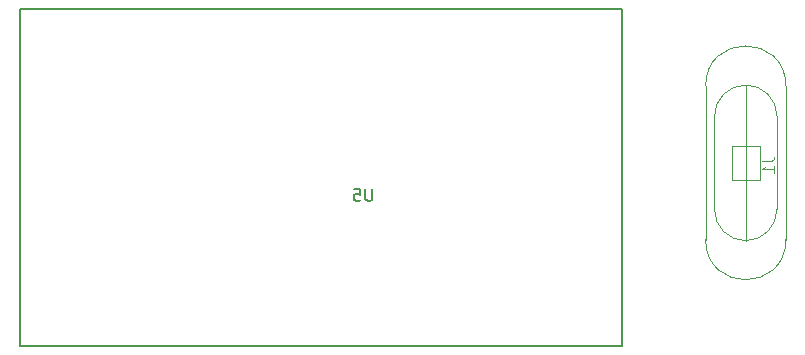
<source format=gbr>
%TF.GenerationSoftware,KiCad,Pcbnew,(7.0.0)*%
%TF.CreationDate,2023-04-17T14:45:16+03:00*%
%TF.ProjectId,sensor_system,73656e73-6f72-45f7-9379-7374656d2e6b,rev?*%
%TF.SameCoordinates,Original*%
%TF.FileFunction,Legend,Bot*%
%TF.FilePolarity,Positive*%
%FSLAX46Y46*%
G04 Gerber Fmt 4.6, Leading zero omitted, Abs format (unit mm)*
G04 Created by KiCad (PCBNEW (7.0.0)) date 2023-04-17 14:45:16*
%MOMM*%
%LPD*%
G01*
G04 APERTURE LIST*
%ADD10C,0.150000*%
%ADD11C,0.100000*%
%ADD12C,0.127000*%
G04 APERTURE END LIST*
D10*
%TO.C,U5*%
X124471904Y-39297380D02*
X124471904Y-40106904D01*
X124471904Y-40106904D02*
X124424285Y-40202142D01*
X124424285Y-40202142D02*
X124376666Y-40249761D01*
X124376666Y-40249761D02*
X124281428Y-40297380D01*
X124281428Y-40297380D02*
X124090952Y-40297380D01*
X124090952Y-40297380D02*
X123995714Y-40249761D01*
X123995714Y-40249761D02*
X123948095Y-40202142D01*
X123948095Y-40202142D02*
X123900476Y-40106904D01*
X123900476Y-40106904D02*
X123900476Y-39297380D01*
X122948095Y-39297380D02*
X123424285Y-39297380D01*
X123424285Y-39297380D02*
X123471904Y-39773571D01*
X123471904Y-39773571D02*
X123424285Y-39725952D01*
X123424285Y-39725952D02*
X123329047Y-39678333D01*
X123329047Y-39678333D02*
X123090952Y-39678333D01*
X123090952Y-39678333D02*
X122995714Y-39725952D01*
X122995714Y-39725952D02*
X122948095Y-39773571D01*
X122948095Y-39773571D02*
X122900476Y-39868809D01*
X122900476Y-39868809D02*
X122900476Y-40106904D01*
X122900476Y-40106904D02*
X122948095Y-40202142D01*
X122948095Y-40202142D02*
X122995714Y-40249761D01*
X122995714Y-40249761D02*
X123090952Y-40297380D01*
X123090952Y-40297380D02*
X123329047Y-40297380D01*
X123329047Y-40297380D02*
X123424285Y-40249761D01*
X123424285Y-40249761D02*
X123471904Y-40202142D01*
D11*
%TO.C,J1*%
X157517380Y-36916666D02*
X158231666Y-36916666D01*
X158231666Y-36916666D02*
X158374523Y-36869047D01*
X158374523Y-36869047D02*
X158469761Y-36773809D01*
X158469761Y-36773809D02*
X158517380Y-36630952D01*
X158517380Y-36630952D02*
X158517380Y-36535714D01*
X158517380Y-37916666D02*
X158517380Y-37345238D01*
X158517380Y-37630952D02*
X157517380Y-37630952D01*
X157517380Y-37630952D02*
X157660238Y-37535714D01*
X157660238Y-37535714D02*
X157755476Y-37440476D01*
X157755476Y-37440476D02*
X157803095Y-37345238D01*
D12*
%TO.C,U5*%
X145600000Y-24050000D02*
X94650000Y-24050000D01*
X145600000Y-24050000D02*
X94650000Y-24050000D01*
X145600000Y-24050000D02*
X145600000Y-29420000D01*
X94650000Y-24050000D02*
X94650000Y-35119000D01*
X94650000Y-24050000D02*
X94650000Y-52560000D01*
X145600000Y-29420000D02*
X145600000Y-47110000D01*
X94650000Y-35119000D02*
X94650000Y-41830000D01*
X94650000Y-41830000D02*
X94650000Y-52560000D01*
X145600000Y-47110000D02*
X145600000Y-52560000D01*
X145600000Y-52560000D02*
X145600000Y-24050000D01*
X94650000Y-52560000D02*
X145600000Y-52560000D01*
X94650000Y-52560000D02*
X145600000Y-52560000D01*
D11*
%TO.C,J1*%
X159500000Y-30570000D02*
X159500000Y-43570000D01*
X152700000Y-30570000D02*
X152700000Y-43570000D01*
X158750000Y-33130000D02*
X158750000Y-41010000D01*
X153450000Y-33130000D02*
X153450000Y-41010000D01*
X157300000Y-35650000D02*
X154900000Y-35650000D01*
X157300000Y-35650000D02*
X157300000Y-38490000D01*
X156100000Y-35650000D02*
X156100000Y-38490000D01*
X154900000Y-35650000D02*
X154900000Y-38490000D01*
X154900000Y-38490000D02*
X157300000Y-38490000D01*
X156100000Y-43660000D02*
X156089962Y-30480000D01*
X159500000Y-30570000D02*
G75*
G03*
X152700000Y-30570000I-3400000J0D01*
G01*
X158749999Y-33130019D02*
G75*
G03*
X153450000Y-33150019I-2650037J0D01*
G01*
X153450001Y-40999981D02*
G75*
G03*
X158749999Y-40999981I2649999J-9999D01*
G01*
X152700000Y-43570000D02*
G75*
G03*
X159500000Y-43570000I3400000J0D01*
G01*
%TD*%
M02*

</source>
